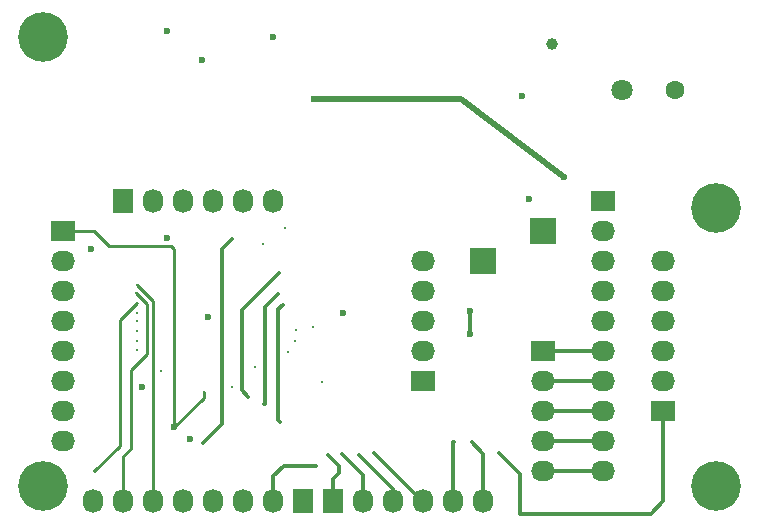
<source format=gbr>
%TF.GenerationSoftware,KiCad,Pcbnew,(after 2015-mar-04 BZR unknown)-product*%
%TF.CreationDate,2015-05-27T15:40:32-04:00*%
%TF.JobID,arduinoquad,61726475696E6F717561642E6B696361,rev?*%
%TF.FileFunction,Copper,L3,Inr,Signal*%
%FSLAX46Y46*%
G04 Gerber Fmt 4.6, Leading zero omitted, Abs format (unit mm)*
G04 Created by KiCad (PCBNEW (after 2015-mar-04 BZR unknown)-product) date 27/05/2015 3:40:32 PM*
%MOMM*%
G01*
G04 APERTURE LIST*
%ADD10C,0.100000*%
%ADD11R,2.032000X1.727200*%
%ADD12O,2.032000X1.727200*%
%ADD13C,1.600000*%
%ADD14C,1.800000*%
%ADD15C,4.200000*%
%ADD16R,2.235200X2.235200*%
%ADD17R,1.727200X2.032000*%
%ADD18O,1.727200X2.032000*%
%ADD19C,0.600000*%
%ADD20C,1.000000*%
%ADD21C,0.300000*%
%ADD22C,0.250000*%
%ADD23C,0.300000*%
%ADD24C,0.500000*%
G04 APERTURE END LIST*
D10*
D11*
X193040000Y-106680000D03*
D12*
X193040000Y-104140000D03*
X193040000Y-101600000D03*
X193040000Y-99060000D03*
X193040000Y-96520000D03*
X193040000Y-93980000D03*
D13*
X194000000Y-79500000D03*
D14*
X189500000Y-79500000D03*
D15*
X140500000Y-75000000D03*
X197500000Y-89500000D03*
X197500000Y-113000000D03*
X140500000Y-113000000D03*
D11*
X172720000Y-104140000D03*
D12*
X172720000Y-101600000D03*
X172720000Y-99060000D03*
X172720000Y-96520000D03*
X172720000Y-93980000D03*
D16*
X177800000Y-93980000D03*
X182880000Y-91440000D03*
D11*
X182880000Y-101600000D03*
D12*
X182880000Y-104140000D03*
X182880000Y-106680000D03*
X182880000Y-109220000D03*
X182880000Y-111760000D03*
D17*
X147320000Y-88900000D03*
D18*
X149860000Y-88900000D03*
X152400000Y-88900000D03*
X154940000Y-88900000D03*
X157480000Y-88900000D03*
X160020000Y-88900000D03*
D17*
X162560000Y-114300000D03*
D18*
X160020000Y-114300000D03*
X157480000Y-114300000D03*
X154940000Y-114300000D03*
X152400000Y-114300000D03*
X149860000Y-114300000D03*
X147320000Y-114300000D03*
X144780000Y-114300000D03*
D17*
X165100000Y-114300000D03*
D18*
X167640000Y-114300000D03*
X170180000Y-114300000D03*
X172720000Y-114300000D03*
X175260000Y-114300000D03*
X177800000Y-114300000D03*
D11*
X142240000Y-91440000D03*
D12*
X142240000Y-93980000D03*
X142240000Y-96520000D03*
X142240000Y-99060000D03*
X142240000Y-101600000D03*
X142240000Y-104140000D03*
X142240000Y-106680000D03*
X142240000Y-109220000D03*
D11*
X187960000Y-88900000D03*
D12*
X187960000Y-91440000D03*
X187960000Y-93980000D03*
X187960000Y-96520000D03*
X187960000Y-99060000D03*
X187960000Y-101600000D03*
X187960000Y-104140000D03*
X187960000Y-106680000D03*
X187960000Y-109220000D03*
X187960000Y-111760000D03*
D19*
X148900000Y-104630000D03*
X151000000Y-92000000D03*
X152950000Y-109050000D03*
X165925000Y-98350000D03*
X154500000Y-98750000D03*
X151000000Y-74500000D03*
X160000000Y-75000000D03*
X154000000Y-77000000D03*
X181640480Y-88696800D03*
X181051200Y-79979520D03*
D20*
X183600000Y-75650000D03*
D19*
X144600000Y-93000000D03*
D21*
X154100000Y-105050000D03*
D19*
X151600000Y-108050000D03*
D21*
X161000000Y-91200000D03*
X164100000Y-104230000D03*
X179100000Y-110275000D03*
X159260000Y-106090000D03*
X160430000Y-96780000D03*
X163600000Y-111300000D03*
X160540000Y-107600000D03*
X160790000Y-97680000D03*
X161930000Y-99860000D03*
X175290000Y-109320000D03*
X163350000Y-99590000D03*
D19*
X176690000Y-98210000D03*
X176690000Y-100190000D03*
D21*
X176800000Y-109330000D03*
X159140000Y-92510000D03*
X154090000Y-109360000D03*
X156500000Y-92160000D03*
X148500000Y-95975000D03*
X148425000Y-96725000D03*
X144850000Y-111800000D03*
X148450000Y-97525000D03*
X148450000Y-98350000D03*
X148450000Y-99100000D03*
X148450000Y-99950000D03*
X148450000Y-100750000D03*
X148450000Y-101550000D03*
X150500000Y-103275000D03*
X164670000Y-110390000D03*
X156500000Y-104630000D03*
X165850000Y-110340000D03*
X158500000Y-102990000D03*
X161220000Y-101710000D03*
X167250000Y-110390000D03*
X161850000Y-100770000D03*
X168520000Y-110260000D03*
X157890000Y-105460000D03*
X160490000Y-95000000D03*
D19*
X184600000Y-86900000D03*
X163450000Y-80250000D03*
D22*
X154100000Y-105550000D02*
X151600000Y-108050000D01*
X154100000Y-105050000D02*
X154100000Y-105550000D01*
X151600000Y-93000000D02*
X151325000Y-92725000D01*
X151325000Y-92725000D02*
X146125000Y-92725000D01*
X146125000Y-92725000D02*
X144840000Y-91440000D01*
X144840000Y-91440000D02*
X142240000Y-91440000D01*
X151600000Y-108050000D02*
X151600000Y-93000000D01*
D23*
X193040000Y-114300000D02*
X191965000Y-115375000D01*
X180875000Y-112050000D02*
X179100000Y-110275000D01*
X180875000Y-115375000D02*
X191965000Y-115375000D01*
X180875000Y-115375000D02*
X180875000Y-112050000D01*
X193040000Y-106680000D02*
X193040000Y-114300000D01*
X159260000Y-106090000D02*
X159290000Y-106060000D01*
X159290000Y-106060000D02*
X159290000Y-97920000D01*
X159290000Y-97920000D02*
X160430000Y-96780000D01*
X163600000Y-111300000D02*
X160900000Y-111300000D01*
X160900000Y-111300000D02*
X160020000Y-112180000D01*
X160020000Y-112180000D02*
X160020000Y-114300000D01*
X160540000Y-107600000D02*
X160390000Y-107450000D01*
X160390000Y-107450000D02*
X160390000Y-98080000D01*
X160390000Y-98080000D02*
X160790000Y-97680000D01*
X175290000Y-109320000D02*
X175260000Y-109350000D01*
X175260000Y-109350000D02*
X175260000Y-114300000D01*
X176690000Y-98210000D02*
X176690000Y-100190000D01*
X176800000Y-109330000D02*
X177800000Y-110330000D01*
X177800000Y-110330000D02*
X177800000Y-114300000D01*
X154090000Y-109360000D02*
X155680000Y-107770000D01*
X155680000Y-107770000D02*
X155680000Y-92980000D01*
X155680000Y-92980000D02*
X156500000Y-92160000D01*
D22*
X149860000Y-97335000D02*
X148500000Y-95975000D01*
X149860000Y-114300000D02*
X149860000Y-97335000D01*
X147320000Y-110530000D02*
X147950000Y-109900000D01*
X147950000Y-109900000D02*
X147950000Y-103250000D01*
X147950000Y-103250000D02*
X149325000Y-101875000D01*
X149325000Y-101875000D02*
X149325000Y-97625000D01*
X149325000Y-97625000D02*
X148425000Y-96725000D01*
X147320000Y-114300000D02*
X147320000Y-110530000D01*
X144850000Y-111800000D02*
X147025000Y-109625000D01*
X147025000Y-109625000D02*
X147025000Y-98950000D01*
X147025000Y-98950000D02*
X148450000Y-97525000D01*
D23*
X165100000Y-112450000D02*
X165600000Y-111950000D01*
X165600000Y-111950000D02*
X165600000Y-111320000D01*
X165600000Y-111320000D02*
X164670000Y-110390000D01*
X165100000Y-114300000D02*
X165100000Y-112450000D01*
X167640000Y-112130000D02*
X165850000Y-110340000D01*
X167640000Y-114300000D02*
X167640000Y-112130000D01*
X170180000Y-113320000D02*
X167250000Y-110390000D01*
X170180000Y-114300000D02*
X170180000Y-113320000D01*
X172560000Y-114300000D02*
X168520000Y-110260000D01*
X172720000Y-114300000D02*
X172560000Y-114300000D01*
X157890000Y-105460000D02*
X157320000Y-104890000D01*
X157320000Y-104890000D02*
X157320000Y-98170000D01*
X157320000Y-98170000D02*
X160490000Y-95000000D01*
D24*
X175925000Y-80250000D02*
X184600000Y-86900000D01*
X163450000Y-80250000D02*
X175925000Y-80250000D01*
D23*
X182880000Y-101600000D02*
X187960000Y-101600000D01*
X182880000Y-104140000D02*
X187960000Y-104140000D01*
X182880000Y-106680000D02*
X187960000Y-106680000D01*
X182880000Y-109220000D02*
X187960000Y-109220000D01*
X182880000Y-111760000D02*
X187960000Y-111760000D01*
M02*

</source>
